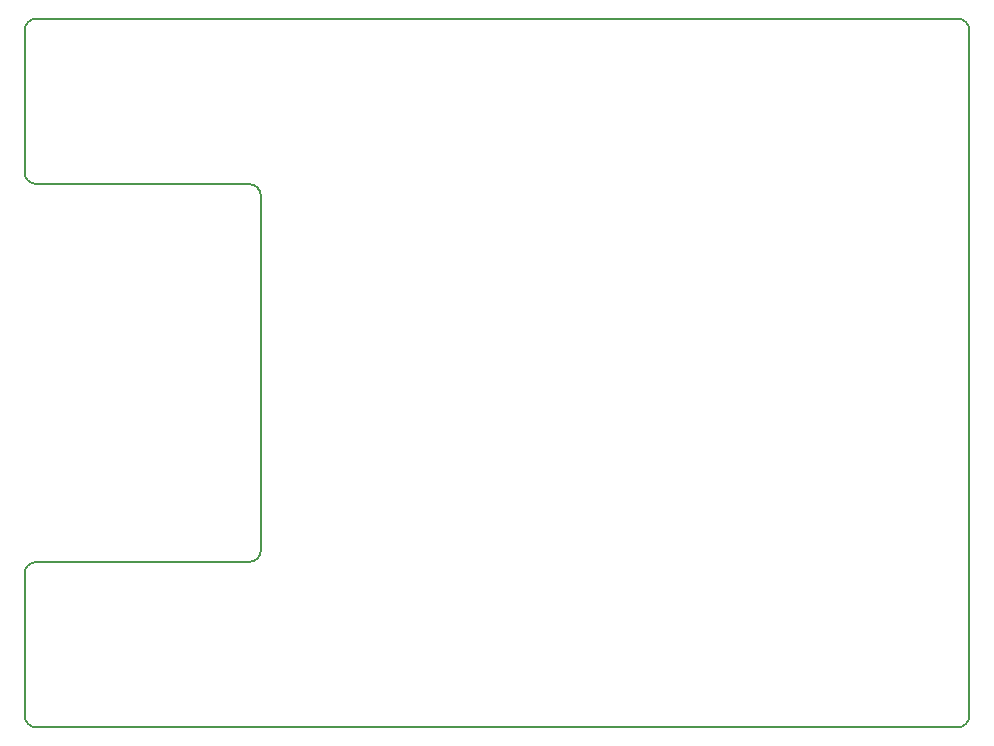
<source format=gm1>
G04 #@! TF.GenerationSoftware,KiCad,Pcbnew,(5.1.0)-1*
G04 #@! TF.CreationDate,2019-04-09T08:08:05-05:00*
G04 #@! TF.ProjectId,prelude,7072656c-7564-4652-9e6b-696361645f70,rev?*
G04 #@! TF.SameCoordinates,Original*
G04 #@! TF.FileFunction,Profile,NP*
%FSLAX46Y46*%
G04 Gerber Fmt 4.6, Leading zero omitted, Abs format (unit mm)*
G04 Created by KiCad (PCBNEW (5.1.0)-1) date 2019-04-09 08:08:05*
%MOMM*%
%LPD*%
G04 APERTURE LIST*
%ADD10C,0.150000*%
G04 APERTURE END LIST*
D10*
X140000000Y-55000000D02*
G75*
G03X139000000Y-54000000I-1000000J0D01*
G01*
X139000000Y-86000000D02*
G75*
G03X140000000Y-85000000I0J1000000D01*
G01*
X121000000Y-86000000D02*
G75*
G03X120000000Y-87000000I0J-1000000D01*
G01*
X199000000Y-100000000D02*
G75*
G03X200000000Y-99000000I0J1000000D01*
G01*
X200000000Y-41000000D02*
G75*
G03X199000000Y-40000000I-1000000J0D01*
G01*
X121000000Y-40000000D02*
G75*
G03X120000000Y-41000000I0J-1000000D01*
G01*
X120000000Y-53000000D02*
G75*
G03X121000000Y-54000000I1000000J0D01*
G01*
X120000000Y-99000000D02*
G75*
G03X121000000Y-100000000I1000000J0D01*
G01*
X140000000Y-85000000D02*
X140000000Y-55000000D01*
X121000000Y-100000000D02*
X199000000Y-100000000D01*
X120000000Y-99000000D02*
X120000000Y-87000000D01*
X121000000Y-54000000D02*
X139000000Y-54000000D01*
X121000000Y-86000000D02*
X139000000Y-86000000D01*
X120000000Y-53000000D02*
X120000000Y-41000000D01*
X121000000Y-40000000D02*
X199000000Y-40000000D01*
X200000000Y-41000000D02*
X200000000Y-99000000D01*
M02*

</source>
